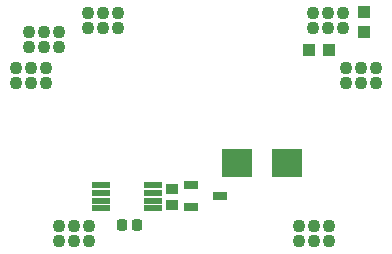
<source format=gbs>
G04*
G04 #@! TF.GenerationSoftware,Altium Limited,Altium Designer,20.1.8 (145)*
G04*
G04 Layer_Color=16711935*
%FSTAX43Y43*%
%MOMM*%
G71*
G04*
G04 #@! TF.SameCoordinates,DEFF2A6E-5F0D-40BF-B6DE-29F6B0C5E57E*
G04*
G04*
G04 #@! TF.FilePolarity,Negative*
G04*
G01*
G75*
%ADD15R,1.000X0.900*%
G04:AMPARAMS|DCode=16|XSize=1mm|YSize=0.9mm|CornerRadius=0.25mm|HoleSize=0mm|Usage=FLASHONLY|Rotation=270.000|XOffset=0mm|YOffset=0mm|HoleType=Round|Shape=RoundedRectangle|*
%AMROUNDEDRECTD16*
21,1,1.000,0.400,0,0,270.0*
21,1,0.500,0.900,0,0,270.0*
1,1,0.500,-0.200,-0.250*
1,1,0.500,-0.200,0.250*
1,1,0.500,0.200,0.250*
1,1,0.500,0.200,-0.250*
%
%ADD16ROUNDEDRECTD16*%
%ADD19R,1.550X0.550*%
%ADD28R,1.200X0.700*%
%ADD29R,1.100X1.000*%
%ADD30R,1.000X1.100*%
%ADD31C,1.100*%
%ADD53R,2.600X2.400*%
D15*
X00455Y0031875D02*
D03*
Y0030575D02*
D03*
D16*
X004255Y0028825D02*
D03*
X004125D02*
D03*
D19*
X00439Y003025D02*
D03*
Y00309D02*
D03*
Y003155D02*
D03*
Y00322D02*
D03*
X00395D02*
D03*
Y003155D02*
D03*
Y00309D02*
D03*
Y003025D02*
D03*
D28*
X00495Y0031325D02*
D03*
X00471Y0032275D02*
D03*
Y0030375D02*
D03*
D29*
X00617Y0046875D02*
D03*
Y0045175D02*
D03*
D30*
X005705Y0043625D02*
D03*
X005875D02*
D03*
D31*
X0060206Y0042137D02*
D03*
Y0040867D02*
D03*
X0061476Y0042137D02*
D03*
Y0040867D02*
D03*
X0062746Y0042137D02*
D03*
Y0040867D02*
D03*
X0032254Y0042137D02*
D03*
Y0040867D02*
D03*
X0033524Y0042137D02*
D03*
Y0040867D02*
D03*
X0034794Y0042137D02*
D03*
Y0040867D02*
D03*
X005994Y0046795D02*
D03*
Y0045525D02*
D03*
X005867Y0046795D02*
D03*
Y0045525D02*
D03*
X00574Y0046795D02*
D03*
Y0045525D02*
D03*
X004094Y0046795D02*
D03*
Y0045525D02*
D03*
X003967Y0046795D02*
D03*
Y0045525D02*
D03*
X00384Y0046795D02*
D03*
Y0045525D02*
D03*
X003588Y0027455D02*
D03*
Y0028725D02*
D03*
X003715Y0027455D02*
D03*
Y0028725D02*
D03*
X003842Y0027455D02*
D03*
Y0028725D02*
D03*
X0056255Y0027455D02*
D03*
Y0028725D02*
D03*
X0057525Y0027455D02*
D03*
Y0028725D02*
D03*
X0058795Y0027455D02*
D03*
Y0028725D02*
D03*
X003594Y0043905D02*
D03*
Y0045175D02*
D03*
X00334D02*
D03*
X003467D02*
D03*
X00334Y0043905D02*
D03*
X003467D02*
D03*
D53*
X005095Y0034125D02*
D03*
X005525D02*
D03*
M02*

</source>
